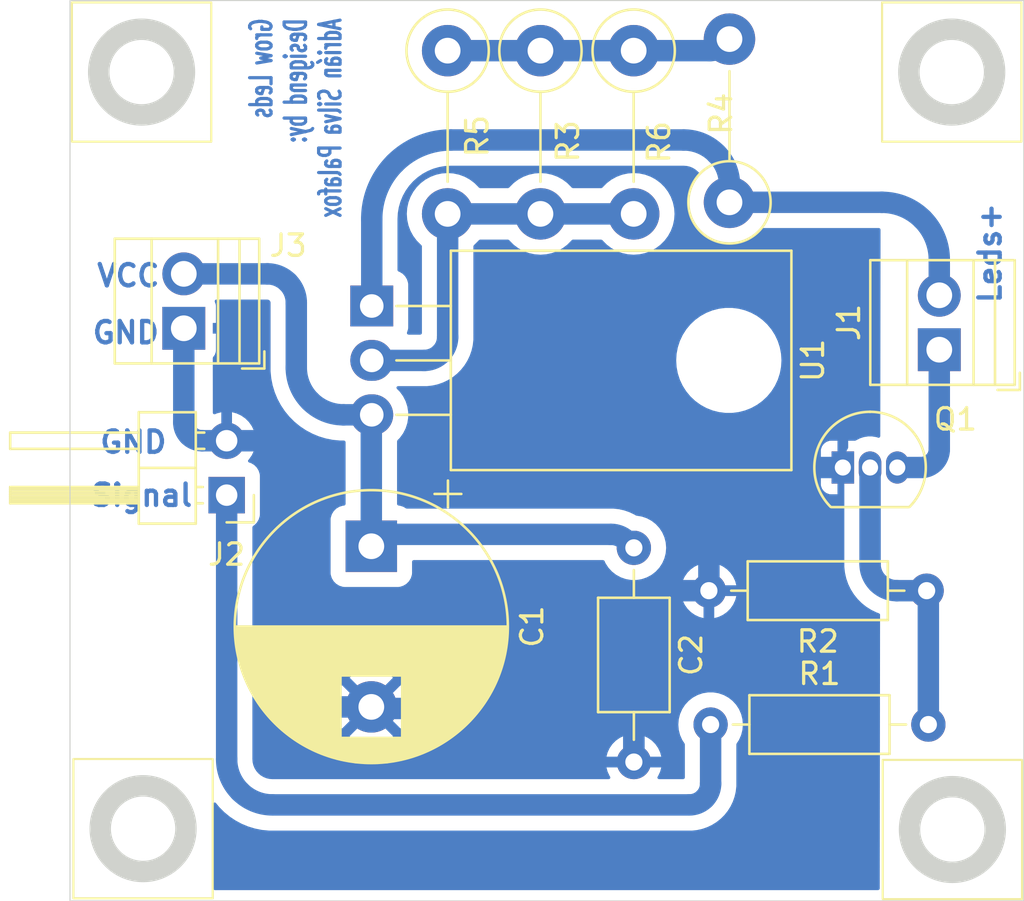
<source format=kicad_pcb>
(kicad_pcb (version 20240108) (generator "pcbnew") (generator_version "8.0")
  (title_block (title "PCB for ledsDrive") (date "2024-10-02") (rev "0.0.0") (company "Libre Cultivo") (comment 1 "Guajolote de Jocotepec") (comment 2 "Adrián Silva Palafox"))
  (layers (0 "F.Cu" signal) (31 "B.Cu" signal) (34 "B.Paste" user) (35 "F.Paste" user) (36 "B.SilkS" user "B.Silkscreen") (37 "F.SilkS" user "F.Silkscreen") (38 "B.Mask" user) (39 "F.Mask" user) (44 "Edge.Cuts" user))
  (net 0 "")
  (net 1 "VCC")
  (net 2 "GND")
  (net 3 "ledstrip+")
  (net 4 "ledstrip-")
  (net 5 "Net-(J2-Pin_1)")
  (net 6 "Net-(Q1-B)")
  (net 7 "Net-(R3-Pad1)")
  (net 8 "Net-(U1-VO)")
  (footprint "Connector_PinHeader_2.54mm:PinHeader_1x02_P2.54mm_Horizontal" (layer "F.Cu") (at 39.678852 43.63 180)
    (property "Reference" "J2" (at -0.001148 -2.77 0) (layer "F.SilkS"))
    (property "Value" "Conn_01x02_Pin")
    (fp_line (start 10.1 2.92) (end 4.1 2.92) (stroke (width 0.12)) (layer "F.SilkS"))
    (fp_line (start 10.1 2.16) (end 10.1 2.92) (stroke (width 0.12)) (layer "F.SilkS"))
    (fp_line (start 10.1 0.38) (end 4.1 0.38) (stroke (width 0.12)) (layer "F.SilkS"))
    (fp_line (start 10.1 -0.38) (end 10.1 0.38) (stroke (width 0.12)) (layer "F.SilkS"))
    (fp_line (start 4.1 3.87) (end 4.1 -1.33) (stroke (width 0.12)) (layer "F.SilkS"))
    (fp_line (start 4.1 2.16) (end 10.1 2.16) (stroke (width 0.12)) (layer "F.SilkS"))
    (fp_line (start 4.1 0.28) (end 10.1 0.28) (stroke (width 0.12)) (layer "F.SilkS"))
    (fp_line (start 4.1 0.16) (end 10.1 0.16) (stroke (width 0.12)) (layer "F.SilkS"))
    (fp_line (start 4.1 0.04) (end 10.1 0.04) (stroke (width 0.12)) (layer "F.SilkS"))
    (fp_line (start 4.1 -0.08) (end 10.1 -0.08) (stroke (width 0.12)) (layer "F.SilkS"))
    (fp_line (start 4.1 -0.2) (end 10.1 -0.2) (stroke (width 0.12)) (layer "F.SilkS"))
    (fp_line (start 4.1 -0.32) (end 10.1 -0.32) (stroke (width 0.12)) (layer "F.SilkS"))
    (fp_line (start 4.1 -0.38) (end 10.1 -0.38) (stroke (width 0.12)) (layer "F.SilkS"))
    (fp_line (start 4.1 -1.33) (end 1.44 -1.33) (stroke (width 0.12)) (layer "F.SilkS"))
    (fp_line (start 1.44 3.87) (end 4.1 3.87) (stroke (width 0.12)) (layer "F.SilkS"))
    (fp_line (start 1.44 1.27) (end 4.1 1.27) (stroke (width 0.12)) (layer "F.SilkS"))
    (fp_line (start 1.44 -1.33) (end 1.44 3.87) (stroke (width 0.12)) (layer "F.SilkS"))
    (fp_line (start 1.11 0.38) (end 1.44 0.38) (stroke (width 0.12)) (layer "F.SilkS"))
    (fp_line (start 1.11 -0.38) (end 1.44 -0.38) (stroke (width 0.12)) (layer "F.SilkS"))
    (fp_line (start 1.042929 2.92) (end 1.44 2.92) (stroke (width 0.12)) (layer "F.SilkS"))
    (fp_line (start 1.042929 2.16) (end 1.44 2.16) (stroke (width 0.12)) (layer "F.SilkS"))
    (fp_line (start -1.27 0) (end -1.27 -1.27) (stroke (width 0.12)) (layer "F.SilkS"))
    (fp_line (start -1.27 -1.27) (end 0 -1.27) (stroke (width 0.12)) (layer "F.SilkS"))
    (pad "1" thru_hole rect (at 0 0 180) (size 1.7 1.7) (drill 1) (layers "*.Cu" "*.Mask") (net 5 "Net-(J2-Pin_1)"))
    (pad "2" thru_hole oval (at 0 2.54 180) (size 1.7 1.7) (drill 1) (layers "*.Cu" "*.Mask") (net 2 "GND"))
  )
  (footprint "TerminalBlock:TerminalBlock_Xinya_XY308-2.54-2P_1x02_P2.54mm_Horizontal" (layer "F.Cu") (at 37.678852 35.84 90)
    (property "Reference" "J3" (at 3.86 4.87 180) (layer "F.SilkS"))
    (property "Value" "Screw_Terminal_01x02")
    (fp_line (start 4.18 -3.22) (end 4.18 3.52) (stroke (width 0.12)) (layer "F.SilkS"))
    (fp_line (start -1.64 -3.22) (end 4.18 -3.22) (stroke (width 0.12)) (layer "F.SilkS"))
    (fp_line (start -1.64 -3.22) (end -1.64 3.52) (stroke (width 0.12)) (layer "F.SilkS"))
    (fp_line (start -1.64 -1.501) (end 4.18 -1.501) (stroke (width 0.12)) (layer "F.SilkS"))
    (fp_line (start -1.64 1.6) (end 4.18 1.6) (stroke (width 0.12)) (layer "F.SilkS"))
    (fp_line (start -1.64 2.6) (end 4.18 2.6) (stroke (width 0.12)) (layer "F.SilkS"))
    (fp_line (start -1.88 2.72) (end -1.88 3.76) (stroke (width 0.12)) (layer "F.SilkS"))
    (fp_line (start -1.64 3.52) (end 4.18 3.52) (stroke (width 0.12)) (layer "F.SilkS"))
    (fp_line (start -1.88 3.76) (end -1.08 3.76) (stroke (width 0.12)) (layer "F.SilkS"))
    (pad "1" thru_hole rect (at 0 0 90) (size 2 2) (drill 1.2) (layers "*.Cu" "*.Mask") (net 2 "GND"))
    (pad "2" thru_hole circle (at 2.54 0 90) (size 2 2) (drill 1.2) (layers "*.Cu" "*.Mask") (net 1 "VCC"))
  )
  (footprint "Resistor_THT:R_Axial_DIN0411_L9.9mm_D3.6mm_P7.62mm_Vertical" (layer "F.Cu") (at 63.14 29.96 90)
    (property "Reference" "R4" (at 4.14 -0.4 90) (layer "F.SilkS"))
    (property "Value" "R_US")
    (fp_line (start 1.92 0) (end 6.12 0) (stroke (width 0.12)) (layer "F.SilkS"))
    (fp_circle (center 0 0) (end 1.92 0) (stroke (width 0.12)) (fill none) (layer "F.SilkS"))
    (pad "1" thru_hole circle (at 0 0 90) (size 2.4 2.4) (drill 1.2) (layers "*.Cu" "*.Mask") (net 3 "ledstrip+"))
    (pad "2" thru_hole oval (at 7.62 0 90) (size 2.4 2.4) (drill 1.2) (layers "*.Cu" "*.Mask") (net 7 "Net-(R3-Pad1)"))
  )
  (footprint "Resistor_THT:R_Axial_DIN0411_L9.9mm_D3.6mm_P7.62mm_Vertical" (layer "F.Cu") (at 49.99 22.88 -90)
    (property "Reference" "R5" (at 3.99 -1.38 -90) (layer "F.SilkS"))
    (property "Value" "R_US")
    (fp_line (start 1.92 0) (end 6.12 0) (stroke (width 0.12)) (layer "F.SilkS"))
    (fp_circle (center 0 0) (end 1.92 0) (stroke (width 0.12)) (fill none) (layer "F.SilkS"))
    (pad "1" thru_hole circle (at 0 0 270) (size 2.4 2.4) (drill 1.2) (layers "*.Cu" "*.Mask") (net 7 "Net-(R3-Pad1)"))
    (pad "2" thru_hole oval (at 7.62 0 270) (size 2.4 2.4) (drill 1.2) (layers "*.Cu" "*.Mask") (net 8 "Net-(U1-VO)"))
  )
  (footprint "Resistor_THT:R_Axial_DIN0207_L6.3mm_D2.5mm_P10.16mm_Horizontal" (layer "F.Cu") (at 62.258852 54.34)
    (property "Reference" "R1" (at 5.08 -2.37 0) (layer "F.SilkS"))
    (property "Value" "1k")
    (fp_line (start 1.04 0) (end 1.81 0) (stroke (width 0.12)) (layer "F.SilkS"))
    (fp_line (start 1.81 -1.37) (end 1.81 1.37) (stroke (width 0.12)) (layer "F.SilkS"))
    (fp_line (start 1.81 1.37) (end 8.35 1.37) (stroke (width 0.12)) (layer "F.SilkS"))
    (fp_line (start 8.35 -1.37) (end 1.81 -1.37) (stroke (width 0.12)) (layer "F.SilkS"))
    (fp_line (start 8.35 1.37) (end 8.35 -1.37) (stroke (width 0.12)) (layer "F.SilkS"))
    (fp_line (start 9.12 0) (end 8.35 0) (stroke (width 0.12)) (layer "F.SilkS"))
    (pad "1" thru_hole circle (at 0 0) (size 1.6 1.6) (drill 0.8) (layers "*.Cu" "*.Mask") (net 5 "Net-(J2-Pin_1)"))
    (pad "2" thru_hole oval (at 10.16 0) (size 1.6 1.6) (drill 0.8) (layers "*.Cu" "*.Mask") (net 6 "Net-(Q1-B)"))
  )
  (footprint "Capacitor_THT:CP_Radial_D12.5mm_P7.50mm" (layer "F.Cu") (at 46.428852 46.016041 -90)
    (property "Reference" "C1" (at 3.75 -7.5 90) (layer "F.SilkS"))
    (property "Value" "220u")
    (fp_line (start 6.071 1.44) (end 6.071 5.893) (stroke (width 0.12)) (layer "F.SilkS"))
    (fp_line (start 6.111 1.44) (end 6.111 5.877) (stroke (width 0.12)) (layer "F.SilkS"))
    (fp_line (start 6.151 1.44) (end 6.151 5.861) (stroke (width 0.12)) (layer "F.SilkS"))
    (fp_line (start 6.191 1.44) (end 6.191 5.845) (stroke (width 0.12)) (layer "F.SilkS"))
    (fp_line (start 6.231 1.44) (end 6.231 5.828) (stroke (width 0.12)) (layer "F.SilkS"))
    (fp_line (start 6.271 1.44) (end 6.271 5.811) (stroke (width 0.12)) (layer "F.SilkS"))
    (fp_line (start 6.311 1.44) (end 6.311 5.793) (stroke (width 0.12)) (layer "F.SilkS"))
    (fp_line (start 6.351 1.44) (end 6.351 5.776) (stroke (width 0.12)) (layer "F.SilkS"))
    (fp_line (start 6.391 1.44) (end 6.391 5.758) (stroke (width 0.12)) (layer "F.SilkS"))
    (fp_line (start 6.431 1.44) (end 6.431 5.739) (stroke (width 0.12)) (layer "F.SilkS"))
    (fp_line (start 6.471 1.44) (end 6.471 5.721) (stroke (width 0.12)) (layer "F.SilkS"))
    (fp_line (start 6.511 1.44) (end 6.511 5.702) (stroke (width 0.12)) (layer "F.SilkS"))
    (fp_line (start 6.551 1.44) (end 6.551 5.682) (stroke (width 0.12)) (layer "F.SilkS"))
    (fp_line (start 6.591 1.44) (end 6.591 5.662) (stroke (width 0.12)) (layer "F.SilkS"))
    (fp_line (start 6.631 1.44) (end 6.631 5.642) (stroke (width 0.12)) (layer "F.SilkS"))
    (fp_line (start 6.671 1.44) (end 6.671 5.622) (stroke (width 0.12)) (layer "F.SilkS"))
    (fp_line (start 6.711 1.44) (end 6.711 5.601) (stroke (width 0.12)) (layer "F.SilkS"))
    (fp_line (start 6.751 1.44) (end 6.751 5.58) (stroke (width 0.12)) (layer "F.SilkS"))
    (fp_line (start 6.791 1.44) (end 6.791 5.558) (stroke (width 0.12)) (layer "F.SilkS"))
    (fp_line (start 6.831 1.44) (end 6.831 5.536) (stroke (width 0.12)) (layer "F.SilkS"))
    (fp_line (start 6.871 1.44) (end 6.871 5.514) (stroke (width 0.12)) (layer "F.SilkS"))
    (fp_line (start 6.911 1.44) (end 6.911 5.491) (stroke (width 0.12)) (layer "F.SilkS"))
    (fp_line (start 6.951 1.44) (end 6.951 5.468) (stroke (width 0.12)) (layer "F.SilkS"))
    (fp_line (start 6.991 1.44) (end 6.991 5.445) (stroke (width 0.12)) (layer "F.SilkS"))
    (fp_line (start 7.031 1.44) (end 7.031 5.421) (stroke (width 0.12)) (layer "F.SilkS"))
    (fp_line (start 7.071 1.44) (end 7.071 5.397) (stroke (width 0.12)) (layer "F.SilkS"))
    (fp_line (start 7.111 1.44) (end 7.111 5.372) (stroke (width 0.12)) (layer "F.SilkS"))
    (fp_line (start 7.151 1.44) (end 7.151 5.347) (stroke (width 0.12)) (layer "F.SilkS"))
    (fp_line (start 7.191 1.44) (end 7.191 5.322) (stroke (width 0.12)) (layer "F.SilkS"))
    (fp_line (start 7.231 1.44) (end 7.231 5.296) (stroke (width 0.12)) (layer "F.SilkS"))
    (fp_line (start 7.271 1.44) (end 7.271 5.27) (stroke (width 0.12)) (layer "F.SilkS"))
    (fp_line (start 7.311 1.44) (end 7.311 5.243) (stroke (width 0.12)) (layer "F.SilkS"))
    (fp_line (start 7.351 1.44) (end 7.351 5.216) (stroke (width 0.12)) (layer "F.SilkS"))
    (fp_line (start 7.391 1.44) (end 7.391 5.188) (stroke (width 0.12)) (layer "F.SilkS"))
    (fp_line (start 7.431 1.44) (end 7.431 5.16) (stroke (width 0.12)) (layer "F.SilkS"))
    (fp_line (start 7.471 1.44) (end 7.471 5.131) (stroke (width 0.12)) (layer "F.SilkS"))
    (fp_line (start 7.511 1.44) (end 7.511 5.102) (stroke (width 0.12)) (layer "F.SilkS"))
    (fp_line (start 7.551 1.44) (end 7.551 5.073) (stroke (width 0.12)) (layer "F.SilkS"))
    (fp_line (start 7.591 1.44) (end 7.591 5.043) (stroke (width 0.12)) (layer "F.SilkS"))
    (fp_line (start 7.631 1.44) (end 7.631 5.012) (stroke (width 0.12)) (layer "F.SilkS"))
    (fp_line (start 7.671 1.44) (end 7.671 4.982) (stroke (width 0.12)) (layer "F.SilkS"))
    (fp_line (start 7.711 1.44) (end 7.711 4.95) (stroke (width 0.12)) (layer "F.SilkS"))
    (fp_line (start 7.751 1.44) (end 7.751 4.918) (stroke (width 0.12)) (layer "F.SilkS"))
    (fp_line (start 7.791 1.44) (end 7.791 4.885) (stroke (width 0.12)) (layer "F.SilkS"))
    (fp_line (start 7.831 1.44) (end 7.831 4.852) (stroke (width 0.12)) (layer "F.SilkS"))
    (fp_line (start 7.871 1.44) (end 7.871 4.819) (stroke (width 0.12)) (layer "F.SilkS"))
    (fp_line (start 7.911 1.44) (end 7.911 4.785) (stroke (width 0.12)) (layer "F.SilkS"))
    (fp_line (start 7.951 1.44) (end 7.951 4.75) (stroke (width 0.12)) (layer "F.SilkS"))
    (fp_line (start 7.991 1.44) (end 7.991 4.714) (stroke (width 0.12)) (layer "F.SilkS"))
    (fp_line (start 8.031 1.44) (end 8.031 4.678) (stroke (width 0.12)) (layer "F.SilkS"))
    (fp_line (start 8.071 1.44) (end 8.071 4.642) (stroke (width 0.12)) (layer "F.SilkS"))
    (fp_line (start 8.111 1.44) (end 8.111 4.605) (stroke (width 0.12)) (layer "F.SilkS"))
    (fp_line (start 8.151 1.44) (end 8.151 4.567) (stroke (width 0.12)) (layer "F.SilkS"))
    (fp_line (start 8.191 1.44) (end 8.191 4.528) (stroke (width 0.12)) (layer "F.SilkS"))
    (fp_line (start 8.231 1.44) (end 8.231 4.489) (stroke (width 0.12)) (layer "F.SilkS"))
    (fp_line (start 8.271 1.44) (end 8.271 4.449) (stroke (width 0.12)) (layer "F.SilkS"))
    (fp_line (start 8.311 1.44) (end 8.311 4.408) (stroke (width 0.12)) (layer "F.SilkS"))
    (fp_line (start 8.351 1.44) (end 8.351 4.367) (stroke (width 0.12)) (layer "F.SilkS"))
    (fp_line (start 8.391 1.44) (end 8.391 4.325) (stroke (width 0.12)) (layer "F.SilkS"))
    (fp_line (start 8.431 1.44) (end 8.431 4.282) (stroke (width 0.12)) (layer "F.SilkS"))
    (fp_line (start 8.471 1.44) (end 8.471 4.238) (stroke (width 0.12)) (layer "F.SilkS"))
    (fp_line (start 8.511 1.44) (end 8.511 4.194) (stroke (width 0.12)) (layer "F.SilkS"))
    (fp_line (start 8.551 1.44) (end 8.551 4.148) (stroke (width 0.12)) (layer "F.SilkS"))
    (fp_line (start 8.591 1.44) (end 8.591 4.102) (stroke (width 0.12)) (layer "F.SilkS"))
    (fp_line (start 8.631 1.44) (end 8.631 4.055) (stroke (width 0.12)) (layer "F.SilkS"))
    (fp_line (start 8.671 1.44) (end 8.671 4.007) (stroke (width 0.12)) (layer "F.SilkS"))
    (fp_line (start 8.711 1.44) (end 8.711 3.957) (stroke (width 0.12)) (layer "F.SilkS"))
    (fp_line (start 8.751 1.44) (end 8.751 3.907) (stroke (width 0.12)) (layer "F.SilkS"))
    (fp_line (start 8.791 1.44) (end 8.791 3.856) (stroke (width 0.12)) (layer "F.SilkS"))
    (fp_line (start 8.831 1.44) (end 8.831 3.804) (stroke (width 0.12)) (layer "F.SilkS"))
    (fp_line (start 8.871 1.44) (end 8.871 3.75) (stroke (width 0.12)) (layer "F.SilkS"))
    (fp_line (start 8.911 1.44) (end 8.911 3.696) (stroke (width 0.12)) (layer "F.SilkS"))
    (fp_line (start 10.111 -0.317) (end 10.111 0.317) (stroke (width 0.12)) (layer "F.SilkS"))
    (fp_line (start 10.071 -0.757) (end 10.071 0.757) (stroke (width 0.12)) (layer "F.SilkS"))
    (fp_line (start 10.031 -1.028) (end 10.031 1.028) (stroke (width 0.12)) (layer "F.SilkS"))
    (fp_line (start 9.991 -1.241) (end 9.991 1.241) (stroke (width 0.12)) (layer "F.SilkS"))
    (fp_line (start 9.951 -1.422) (end 9.951 1.422) (stroke (width 0.12)) (layer "F.SilkS"))
    (fp_line (start 9.911 -1.583) (end 9.911 1.583) (stroke (width 0.12)) (layer "F.SilkS"))
    (fp_line (start 9.871 -1.728) (end 9.871 1.728) (stroke (width 0.12)) (layer "F.SilkS"))
    (fp_line (start 9.831 -1.861) (end 9.831 1.861) (stroke (width 0.12)) (layer "F.SilkS"))
    (fp_line (start 9.791 -1.984) (end 9.791 1.984) (stroke (width 0.12)) (layer "F.SilkS"))
    (fp_line (start 9.751 -2.1) (end 9.751 2.1) (stroke (width 0.12)) (layer "F.SilkS"))
    (fp_line (start 9.711 -2.209) (end 9.711 2.209) (stroke (width 0.12)) (layer "F.SilkS"))
    (fp_line (start 9.671 -2.312) (end 9.671 2.312) (stroke (width 0.12)) (layer "F.SilkS"))
    (fp_line (start 9.631 -2.41) (end 9.631 2.41) (stroke (width 0.12)) (layer "F.SilkS"))
    (fp_line (start 9.591 -2.504) (end 9.591 2.504) (stroke (width 0.12)) (layer "F.SilkS"))
    (fp_line (start 9.551 -2.594) (end 9.551 2.594) (stroke (width 0.12)) (layer "F.SilkS"))
    (fp_line (start 9.511 -2.681) (end 9.511 2.681) (stroke (width 0.12)) (layer "F.SilkS"))
    (fp_line (start 9.471 -2.764) (end 9.471 2.764) (stroke (width 0.12)) (layer "F.SilkS"))
    (fp_line (start 9.431 -2.844) (end 9.431 2.844) (stroke (width 0.12)) (layer "F.SilkS"))
    (fp_line (start 9.391 -2.921) (end 9.391 2.921) (stroke (width 0.12)) (layer "F.SilkS"))
    (fp_line (start 9.351 -2.996) (end 9.351 2.996) (stroke (width 0.12)) (layer "F.SilkS"))
    (fp_line (start 9.311 -3.069) (end 9.311 3.069) (stroke (width 0.12)) (layer "F.SilkS"))
    (fp_line (start 9.271 -3.14) (end 9.271 3.14) (stroke (width 0.12)) (layer "F.SilkS"))
    (fp_line (start 9.231 -3.208) (end 9.231 3.208) (stroke (width 0.12)) (layer "F.SilkS"))
    (fp_line (start 9.191 -3.275) (end 9.191 3.275) (stroke (width 0.12)) (layer "F.SilkS"))
    (fp_line (start 9.151 -3.339) (end 9.151 3.339) (stroke (width 0.12)) (layer "F.SilkS"))
    (fp_line (start 9.111 -3.402) (end 9.111 3.402) (stroke (width 0.12)) (layer "F.SilkS"))
    (fp_line (start 9.071 -3.464) (end 9.071 3.464) (stroke (width 0.12)) (layer "F.SilkS"))
    (fp_line (start 9.031 -3.524) (end 9.031 3.524) (stroke (width 0.12)) (layer "F.SilkS"))
    (fp_line (start -3.067082 -3.575) (end -1.817082 -3.575) (stroke (width 0.12)) (layer "F.SilkS"))
    (fp_line (start 8.991 -3.583) (end 8.991 3.583) (stroke (width 0.12)) (layer "F.SilkS"))
    (fp_line (start 8.951 -3.64) (end 8.951 3.64) (stroke (width 0.12)) (layer "F.SilkS"))
    (fp_line (start 8.911 -3.696) (end 8.911 -1.44) (stroke (width 0.12)) (layer "F.SilkS"))
    (fp_line (start 8.871 -3.75) (end 8.871 -1.44) (stroke (width 0.12)) (layer "F.SilkS"))
    (fp_line (start 8.831 -3.804) (end 8.831 -1.44) (stroke (width 0.12)) (layer "F.SilkS"))
    (fp_line (start 8.791 -3.856) (end 8.791 -1.44) (stroke (width 0.12)) (layer "F.SilkS"))
    (fp_line (start 8.751 -3.907) (end 8.751 -1.44) (stroke (width 0.12)) (layer "F.SilkS"))
    (fp_line (start 8.711 -3.957) (end 8.711 -1.44) (stroke (width 0.12)) (layer "F.SilkS"))
    (fp_line (start 8.671 -4.007) (end 8.671 -1.44) (stroke (width 0.12)) (layer "F.SilkS"))
    (fp_line (start 8.631 -4.055) (end 8.631 -1.44) (stroke (width 0.12)) (layer "F.SilkS"))
    (fp_line (start 8.591 -4.102) (end 8.591 -1.44) (stroke (width 0.12)) (layer "F.SilkS"))
    (fp_line (start 8.551 -4.148) (end 8.551 -1.44) (stroke (width 0.12)) (layer "F.SilkS"))
    (fp_line (start 8.511 -4.194) (end 8.511 -1.44) (stroke (width 0.12)) (layer "F.SilkS"))
    (fp_line (start -2.442082 -4.2) (end -2.442082 -2.95) (stroke (width 0.12)) (layer "F.SilkS"))
    (fp_line (start 8.471 -4.238) (end 8.471 -1.44) (stroke (width 0.12)) (layer "F.SilkS"))
    (fp_line (start 8.431 -4.282) (end 8.431 -1.44) (stroke (width 0.12)) (layer "F.SilkS"))
    (fp_line (start 8.391 -4.325) (end 8.391 -1.44) (stroke (width 0.12)) (layer "F.SilkS"))
    (fp_line (start 8.351 -4.367) (end 8.351 -1.44) (stroke (width 0.12)) (layer "F.SilkS"))
    (fp_line (start 8.311 -4.408) (end 8.311 -1.44) (stroke (width 0.12)) (layer "F.SilkS"))
    (fp_line (start 8.271 -4.449) (end 8.271 -1.44) (stroke (width 0.12)) (layer "F.SilkS"))
    (fp_line (start 8.231 -4.489) (end 8.231 -1.44) (stroke (width 0.12)) (layer "F.SilkS"))
    (fp_line (start 8.191 -4.528) (end 8.191 -1.44) (stroke (width 0.12)) (layer "F.SilkS"))
    (fp_line (start 8.151 -4.567) (end 8.151 -1.44) (stroke (width 0.12)) (layer "F.SilkS"))
    (fp_line (start 8.111 -4.605) (end 8.111 -1.44) (stroke (width 0.12)) (layer "F.SilkS"))
    (fp_line (start 8.071 -4.642) (end 8.071 -1.44) (stroke (width 0.12)) (layer "F.SilkS"))
    (fp_line (start 8.031 -4.678) (end 8.031 -1.44) (stroke (width 0.12)) (layer "F.SilkS"))
    (fp_line (start 7.991 -4.714) (end 7.991 -1.44) (stroke (width 0.12)) (layer "F.SilkS"))
    (fp_line (start 7.951 -4.75) (end 7.951 -1.44) (stroke (width 0.12)) (layer "F.SilkS"))
    (fp_line (start 7.911 -4.785) (end 7.911 -1.44) (stroke (width 0.12)) (layer "F.SilkS"))
    (fp_line (start 7.871 -4.819) (end 7.871 -1.44) (stroke (width 0.12)) (layer "F.SilkS"))
    (fp_line (start 7.831 -4.852) (end 7.831 -1.44) (stroke (width 0.12)) (layer "F.SilkS"))
    (fp_line (start 7.791 -4.885) (end 7.791 -1.44) (stroke (width 0.12)) (layer "F.SilkS"))
    (fp_line (start 7.751 -4.918) (end 7.751 -1.44) (stroke (width 0.12)) (layer "F.SilkS"))
    (fp_line (start 7.711 -4.95) (end 7.711 -1.44) (stroke (width 0.12)) (layer "F.SilkS"))
    (fp_line (start 7.671 -4.982) (end 7.671 -1.44) (stroke (width 0.12)) (layer "F.SilkS"))
    (fp_line (start 7.631 -5.012) (end 7.631 -1.44) (stroke (width 0.12)) (layer "F.SilkS"))
    (fp_line (start 7.591 -5.043) (end 7.591 -1.44) (stroke (width 0.12)) (layer "F.SilkS"))
    (fp_line (start 7.551 -5.073) (end 7.551 -1.44) (stroke (width 0.12)) (layer "F.SilkS"))
    (fp_line (start 7.511 -5.102) (end 7.511 -1.44) (stroke (width 0.12)) (layer "F.SilkS"))
    (fp_line (start 7.471 -5.131) (end 7.471 -1.44) (stroke (width 0.12)) (layer "F.SilkS"))
    (fp_line (start 7.431 -5.16) (end 7.431 -1.44) (stroke (width 0.12)) (layer "F.SilkS"))
    (fp_line (start 7.391 -5.188) (end 7.391 -1.44) (stroke (width 0.12)) (layer "F.SilkS"))
    (fp_line (start 7.351 -5.216) (end 7.351 -1.44) (stroke (width 0.12)) (layer "F.SilkS"))
    (fp_line (start 7.311 -5.243) (end 7.311 -1.44) (stroke (width 0.12)) (layer "F.SilkS"))
    (fp_line (start 7.271 -5.27) (end 7.271 -1.44) (stroke (width 0.12)) (layer "F.SilkS"))
    (fp_line (start 7.231 -5.296) (end 7.231 -1.44) (stroke (width 0.12)) (layer "F.SilkS"))
    (fp_line (start 7.191 -5.322) (end 7.191 -1.44) (stroke (width 0.12)) (layer "F.SilkS"))
    (fp_line (start 7.151 -5.347) (end 7.151 -1.44) (stroke (width 0.12)) (layer "F.SilkS"))
    (fp_line (start 7.111 -5.372) (end 7.111 -1.44) (stroke (width 0.12)) (layer "F.SilkS"))
    (fp_line (start 7.071 -5.397) (end 7.071 -1.44) (stroke (width 0.12)) (layer "F.SilkS"))
    (fp_line (start 7.031 -5.421) (end 7.031 -1.44) (stroke (width 0.12)) (layer "F.SilkS"))
    (fp_line (start 6.991 -5.445) (end 6.991 -1.44) (stroke (width 0.12)) (layer "F.SilkS"))
    (fp_line (start 6.951 -5.468) (end 6.951 -1.44) (stroke (width 0.12)) (layer "F.SilkS"))
    (fp_line (start 6.911 -5.491) (end 6.911 -1.44) (stroke (width 0.12)) (layer "F.SilkS"))
    (fp_line (start 6.871 -5.514) (end 6.871 -1.44) (stroke (width 0.12)) (layer "F.SilkS"))
    (fp_line (start 6.831 -5.536) (end 6.831 -1.44) (stroke (width 0.12)) (layer "F.SilkS"))
    (fp_line (start 6.791 -5.558) (end 6.791 -1.44) (stroke (width 0.12)) (layer "F.SilkS"))
    (fp_line (start 6.751 -5.58) (end 6.751 -1.44) (stroke (width 0.12)) (layer "F.SilkS"))
    (fp_line (start 6.711 -5.601) (end 6.711 -1.44) (stroke (width 0.12)) (layer "F.SilkS"))
    (fp_line (start 6.671 -5.622) (end 6.671 -1.44) (stroke (width 0.12)) (layer "F.SilkS"))
    (fp_line (start 6.631 -5.642) (end 6.631 -1.44) (stroke (width 0.12)) (layer "F.SilkS"))
    (fp_line (start 6.591 -5.662) (end 6.591 -1.44) (stroke (width 0.12)) (layer "F.SilkS"))
    (fp_line (start 6.551 -5.682) (end 6.551 -1.44) (stroke (width 0.12)) (layer "F.SilkS"))
    (fp_line (start 6.511 -5.702) (end 6.511 -1.44) (stroke (width 0.12)) (layer "F.SilkS"))
    (fp_line (start 6.471 -5.721) (end 6.471 -1.44) (stroke (width 0.12)) (layer "F.SilkS"))
    (fp_line (start 6.431 -5.739) (end 6.431 -1.44) (stroke (width 0.12)) (layer "F.SilkS"))
    (fp_line (start 6.391 -5.758) (end 6.391 -1.44) (stroke (width 0.12)) (layer "F.SilkS"))
    (fp_line (start 6.351 -5.776) (end 6.351 -1.44) (stroke (width 0.12)) (layer "F.SilkS"))
    (fp_line (start 6.311 -5.793) (end 6.311 -1.44) (stroke (width 0.12)) (layer "F.SilkS"))
    (fp_line (start 6.271 -5.811) (end 6.271 -1.44) (stroke (width 0.12)) (layer "F.SilkS"))
    (fp_line (start 6.231 -5.828) (end 6.231 -1.44) (stroke (width 0.12)) (layer "F.SilkS"))
    (fp_line (start 6.191 -5.845) (end 6.191 -1.44) (stroke (width 0.12)) (layer "F.SilkS"))
    (fp_line (start 6.151 -5.861) (end 6.151 -1.44) (stroke (width 0.12)) (layer "F.SilkS"))
    (fp_line (start 6.111 -5.877) (end 6.111 -1.44) (stroke (width 0.12)) (layer "F.SilkS"))
    (fp_line (start 6.071 -5.893) (end 6.071 -1.44) (stroke (width 0.12)) (layer "F.SilkS"))
    (fp_line (start 6.031 -5.908) (end 6.031 5.908) (stroke (width 0.12)) (layer "F.SilkS"))
    (fp_line (start 5.991 -5.924) (end 5.991 5.924) (stroke (width 0.12)) (layer "F.SilkS"))
    (fp_line (start 5.951 -5.939) (end 5.951 5.939) (stroke (width 0.12)) (layer "F.SilkS"))
    (fp_line (start 5.911 -5.953) (end 5.911 5.953) (stroke (width 0.12)) (layer "F.SilkS"))
    (fp_line (start 5.871 -5.967) (end 5.871 5.967) (stroke (width 0.12)) (layer "F.SilkS"))
    (fp_line (start 5.831 -5.981) (end 5.831 5.981) (stroke (width 0.12)) (layer "F.SilkS"))
    (fp_line (start 5.791 -5.995) (end 5.791 5.995) (stroke (width 0.12)) (layer "F.SilkS"))
    (fp_line (start 5.751 -6.008) (end 5.751 6.008) (stroke (width 0.12)) (layer "F.SilkS"))
    (fp_line (start 5.711 -6.021) (end 5.711 6.021) (stroke (width 0.12)) (layer "F.SilkS"))
    (fp_line (start 5.671 -6.034) (end 5.671 6.034) (stroke (width 0.12)) (layer "F.SilkS"))
    (fp_line (start 5.631 -6.047) (end 5.631 6.047) (stroke (width 0.12)) (layer "F.SilkS"))
    (fp_line (start 5.591 -6.059) (end 5.591 6.059) (stroke (width 0.12)) (layer "F.SilkS"))
    (fp_line (start 5.551 -6.071) (end 5.551 6.071) (stroke (width 0.12)) (layer "F.SilkS"))
    (fp_line (start 5.511 -6.083) (end 5.511 6.083) (stroke (width 0.12)) (layer "F.SilkS"))
    (fp_line (start 5.471 -6.094) (end 5.471 6.094) (stroke (width 0.12)) (layer "F.SilkS"))
    (fp_line (start 5.431 -6.105) (end 5.431 6.105) (stroke (width 0.12)) (layer "F.SilkS"))
    (fp_line (start 5.391 -6.116) (end 5.391 6.116) (stroke (width 0.12)) (layer "F.SilkS"))
    (fp_line (start 5.351 -6.126) (end 5.351 6.126) (stroke (width 0.12)) (layer "F.SilkS"))
    (fp_line (start 5.311 -6.137) (end 5.311 6.137) (stroke (width 0.12)) (layer "F.SilkS"))
    (fp_line (start 5.271 -6.146) (end 5.271 6.146) (stroke (width 0.12)) (layer "F.SilkS"))
    (fp_line (start 5.231 -6.156) (end 5.231 6.156) (stroke (width 0.12)) (layer "F.SilkS"))
    (fp_line (start 5.191 -6.166) (end 5.191 6.166) (stroke (width 0.12)) (layer "F.SilkS"))
    (fp_line (start 5.151 -6.175) (end 5.151 6.175) (stroke (width 0.12)) (layer "F.SilkS"))
    (fp_line (start 5.111 -6.184) (end 5.111 6.184) (stroke (width 0.12)) (layer "F.SilkS"))
    (fp_line (start 5.071 -6.192) (end 5.071 6.192) (stroke (width 0.12)) (layer "F.SilkS"))
    (fp_line (start 5.031 -6.201) (end 5.031 6.201) (stroke (width 0.12)) (layer "F.SilkS"))
    (fp_line (start 4.991 -6.209) (end 4.991 6.209) (stroke (width 0.12)) (layer "F.SilkS"))
    (fp_line (start 4.951 -6.216) (end 4.951 6.216) (stroke (width 0.12)) (layer "F.SilkS"))
    (fp_line (start 4.911 -6.224) (end 4.911 6.224) (stroke (width 0.12)) (layer "F.SilkS"))
    (fp_line (start 4.871 -6.231) (end 4.871 6.231) (stroke (width 0.12)) (layer "F.SilkS"))
    (fp_line (start 4.831 -6.238) (end 4.831 6.238) (stroke (width 0.12)) (layer "F.SilkS"))
    (fp_line (start 4.791 -6.245) (end 4.791 6.245) (stroke (width 0.12)) (layer "F.SilkS"))
    (fp_line (start 4.751 -6.252) (end 4.751 6.252) (stroke (width 0.12)) (layer "F.SilkS"))
    (fp_line (start 4.711 -6.258) (end 4.711 6.258) (stroke (width 0.12)) (layer "F.SilkS"))
    (fp_line (start 4.671 -6.264) (end 4.671 6.264) (stroke (width 0.12)) (layer "F.SilkS"))
    (fp_line (start 4.631 -6.269) (end 4.631 6.269) (stroke (width 0.12)) (layer "F.SilkS"))
    (fp_line (start 4.591 -6.275) (end 4.591 6.275) (stroke (width 0.12)) (layer "F.SilkS"))
    (fp_line (start 4.551 -6.28) (end 4.551 6.28) (stroke (width 0.12)) (layer "F.SilkS"))
    (fp_line (start 4.511 -6.285) (end 4.511 6.285) (stroke (width 0.12)) (layer "F.SilkS"))
    (fp_line (start 4.471 -6.29) (end 4.471 6.29) (stroke (width 0.12)) (layer "F.SilkS"))
    (fp_line (start 4.43 -6.294) (end 4.43 6.294) (stroke (width 0.12)) (layer "F.SilkS"))
    (fp_line (start 4.39 -6.298) (end 4.39 6.298) (stroke (width 0.12)) (layer "F.SilkS"))
    (fp_line (start 4.35 -6.302) (end 4.35 6.302) (stroke (width 0.12)) (layer "F.SilkS"))
    (fp_line (start 4.31 -6.306) (end 4.31 6.306) (stroke (width 0.12)) (layer "F.SilkS"))
    (fp_line (start 4.27 -6.309) (end 4.27 6.309) (stroke (width 0.12)) (layer "F.SilkS"))
    (fp_line (start 4.23 -6.312) (end 4.23 6.312) (stroke (width 0.12)) (layer "F.SilkS"))
    (fp_line (start 4.19 -6.315) (end 4.19 6.315) (stroke (width 0.12)) (layer "F.SilkS"))
    (fp_line (start 4.15 -6.318) (end 4.15 6.318) (stroke (width 0.12)) (layer "F.SilkS"))
    (fp_line (start 4.11 -6.32) (end 4.11 6.32) (stroke (width 0.12)) (layer "F.SilkS"))
    (fp_line (start 4.07 -6.322) (end 4.07 6.322) (stroke (width 0.12)) (layer "F.SilkS"))
    (fp_line (start 4.03 -6.324) (end 4.03 6.324) (stroke (width 0.12)) (layer "F.SilkS"))
    (fp_line (start 3.99 -6.326) (end 3.99 6.326) (stroke (width 0.12)) (layer "F.SilkS"))
    (fp_line (start 3.95 -6.327) (end 3.95 6.327) (stroke (width 0.12)) (layer "F.SilkS"))
    (fp_line (start 3.91 -6.328) (end 3.91 6.328) (stroke (width 0.12)) (layer "F.SilkS"))
    (fp_line (start 3.87 -6.329) (end 3.87 6.329) (stroke (width 0.12)) (layer "F.SilkS"))
    (fp_line (start 3.75 -6.33) (end 3.75 6.33) (stroke (width 0.12)) (layer "F.SilkS"))
    (fp_line (start 3.79 -6.33) (end 3.79 6.33) (stroke (width 0.12)) (layer "F.SilkS"))
    (fp_line (start 3.83 -6.33) (end 3.83 6.33) (stroke (width 0.12)) (layer "F.SilkS"))
    (fp_circle (center 3.75 0) (end 10.12 0) (stroke (width 0.12)) (fill none) (layer "F.SilkS"))
    (pad "1" thru_hole rect (at 0 0 270) (size 2.4 2.4) (drill 1.2) (layers "*.Cu" "*.Mask") (net 1 "VCC"))
    (pad "2" thru_hole circle (at 7.5 0 270) (size 2.4 2.4) (drill 1.2) (layers "*.Cu" "*.Mask") (net 2 "GND"))
  )
  (footprint "Resistor_THT:R_Axial_DIN0207_L6.3mm_D2.5mm_P10.16mm_Horizontal" (layer "F.Cu") (at 72.338852 48.09 180)
    (property "Reference" "R2" (at 5.08 -2.37 0) (layer "F.SilkS"))
    (property "Value" "10k")
    (fp_line (start 9.12 0) (end 8.35 0) (stroke (width 0.12)) (layer "F.SilkS"))
    (fp_line (start 8.35 1.37) (end 8.35 -1.37) (stroke (width 0.12)) (layer "F.SilkS"))
    (fp_line (start 8.35 -1.37) (end 1.81 -1.37) (stroke (width 0.12)) (layer "F.SilkS"))
    (fp_line (start 1.81 1.37) (end 8.35 1.37) (stroke (width 0.12)) (layer "F.SilkS"))
    (fp_line (start 1.81 -1.37) (end 1.81 1.37) (stroke (width 0.12)) (layer "F.SilkS"))
    (fp_line (start 1.04 0) (end 1.81 0) (stroke (width 0.12)) (layer "F.SilkS"))
    (pad "1" thru_hole circle (at 0 0 180) (size 1.6 1.6) (drill 0.8) (layers "*.Cu" "*.Mask") (net 6 "Net-(Q1-B)"))
    (pad "2" thru_hole oval (at 10.16 0 180) (size 1.6 1.6) (drill 0.8) (layers "*.Cu" "*.Mask") (net 2 "GND"))
  )
  (footprint "Package_TO_SOT_THT:TO-220-3_Horizontal_TabDown" (layer "F.Cu") (at 46.448852 34.8 -90)
    (property "Reference" "U1" (at 2.54 -20.58 90) (layer "F.SilkS"))
    (property "Value" "LM317_TO-220")
    (fp_line (start -2.58 -3.69) (end 7.66 -3.69) (stroke (width 0.12)) (layer "F.SilkS"))
    (fp_line (start 0 -3.69) (end 0 -1.15) (stroke (width 0.12)) (layer "F.SilkS"))
    (fp_line (start 2.54 -3.69) (end 2.54 -1.15) (stroke (width 0.12)) (layer "F.SilkS"))
    (fp_line (start 5.08 -3.69) (end 5.08 -1.15) (stroke (width 0.12)) (layer "F.SilkS"))
    (fp_line (start -2.58 -19.58) (end -2.58 -3.69) (stroke (width 0.12)) (layer "F.SilkS"))
    (fp_line (start -2.58 -19.58) (end 7.66 -19.58) (stroke (width 0.12)) (layer "F.SilkS"))
    (fp_line (start 7.66 -19.58) (end 7.66 -3.69) (stroke (width 0.12)) (layer "F.SilkS"))
    (pad "" np_thru_hole oval (at 2.54 -16.66 270) (size 3.5 3.5) (drill 3.5) (layers "*.Cu" "*.Mask"))
    (pad "1" thru_hole rect (at 0 0 270) (size 1.905 2) (drill 1.1) (layers "*.Cu" "*.Mask") (net 3 "ledstrip+"))
    (pad "2" thru_hole oval (at 2.54 0 270) (size 1.905 2) (drill 1.1) (layers "*.Cu" "*.Mask") (net 8 "Net-(U1-VO)"))
    (pad "3" thru_hole oval (at 5.08 0 270) (size 1.905 2) (drill 1.1) (layers "*.Cu" "*.Mask") (net 1 "VCC"))
  )
  (footprint "Capacitor_THT:C_Axial_L5.1mm_D3.1mm_P10.00mm_Horizontal" (layer "F.Cu") (at 58.678852 46.09 -90)
    (property "Reference" "C2" (at 5 -2.67 90) (layer "F.SilkS"))
    (property "Value" "10nf")
    (fp_line (start 2.33 1.67) (end 7.67 1.67) (stroke (width 0.12)) (layer "F.SilkS"))
    (fp_line (start 7.67 1.67) (end 7.67 -1.67) (stroke (width 0.12)) (layer "F.SilkS"))
    (fp_line (start 1.04 0) (end 2.33 0) (stroke (width 0.12)) (layer "F.SilkS"))
    (fp_line (start 8.96 0) (end 7.67 0) (stroke (width 0.12)) (layer "F.SilkS"))
    (fp_line (start 2.33 -1.67) (end 2.33 1.67) (stroke (width 0.12)) (layer "F.SilkS"))
    (fp_line (start 7.67 -1.67) (end 2.33 -1.67) (stroke (width 0.12)) (layer "F.SilkS"))
    (pad "1" thru_hole circle (at 0 0 270) (size 1.6 1.6) (drill 0.8) (layers "*.Cu" "*.Mask") (net 1 "VCC"))
    (pad "2" thru_hole oval (at 10 0 270) (size 1.6 1.6) (drill 0.8) (layers "*.Cu" "*.Mask") (net 2 "GND"))
  )
  (footprint "TerminalBlock:TerminalBlock_Xinya_XY308-2.54-2P_1x02_P2.54mm_Horizontal" (layer "F.Cu") (at 72.928852 36.84 90)
    (property "Reference" "J1" (at 1.27 -4.22 90) (layer "F.SilkS"))
    (property "Value" "Screw_Terminal_01x02")
    (fp_line (start 4.18 -3.22) (end 4.18 3.52) (stroke (width 0.12)) (layer "F.SilkS"))
    (fp_line (start -1.64 -3.22) (end 4.18 -3.22) (stroke (width 0.12)) (layer "F.SilkS"))
    (fp_line (start -1.64 -3.22) (end -1.64 3.52) (stroke (width 0.12)) (layer "F.SilkS"))
    (fp_line (start -1.64 -1.501) (end 4.18 -1.501) (stroke (width 0.12)) (layer "F.SilkS"))
    (fp_line (start -1.64 1.6) (end 4.18 1.6) (stroke (width 0.12)) (layer "F.SilkS"))
    (fp_line (start -1.64 2.6) (end 4.18 2.6) (stroke (width 0.12)) (layer "F.SilkS"))
    (fp_line (start -1.88 2.72) (end -1.88 3.76) (stroke (width 0.12)) (layer "F.SilkS"))
    (fp_line (start -1.64 3.52) (end 4.18 3.52) (stroke (width 0.12)) (layer "F.SilkS"))
    (fp_line (start -1.88 3.76) (end -1.08 3.76) (stroke (width 0.12)) (layer "F.SilkS"))
    (pad "1" thru_hole rect (at 0 0 90) (size 2 2) (drill 1.2) (layers "*.Cu" "*.Mask") (net 4 "ledstrip-"))
    (pad "2" thru_hole circle (at 2.54 0 90) (size 2 2) (drill 1.2) (layers "*.Cu" "*.Mask") (net 3 "ledstrip+"))
  )
  (footprint "Resistor_THT:R_Axial_DIN0411_L9.9mm_D3.6mm_P7.62mm_Vertical" (layer "F.Cu") (at 58.67 22.88 -90)
    (property "Reference" "R6" (at 4.27 -1.18 -90) (layer "F.SilkS"))
    (property "Value" "R_US")
    (fp_line (start 1.92 0) (end 6.12 0) (stroke (width 0.12)) (layer "F.SilkS"))
    (fp_circle (center 0 0) (end 1.92 0) (stroke (width 0.12)) (fill none) (layer "F.SilkS"))
    (pad "1" thru_hole circle (at 0 0 270) (size 2.4 2.4) (drill 1.2) (layers "*.Cu" "*.Mask") (net 7 "Net-(R3-Pad1)"))
    (pad "2" thru_hole oval (at 7.62 0 270) (size 2.4 2.4) (drill 1.2) (layers "*.Cu" "*.Mask") (net 8 "Net-(U1-VO)"))
  )
  (footprint "Resistor_THT:R_Axial_DIN0411_L9.9mm_D3.6mm_P7.62mm_Vertical" (layer "F.Cu") (at 54.32 22.88 -90)
    (property "Reference" "R3" (at 4.23 -1.28 -90) (layer "F.SilkS"))
    (property "Value" "R_US")
    (fp_line (start 1.92 0) (end 6.12 0) (stroke (width 0.12)) (layer "F.SilkS"))
    (fp_circle (center 0 0) (end 1.92 0) (stroke (width 0.12)) (fill none) (layer "F.SilkS"))
    (pad "1" thru_hole circle (at 0 0 270) (size 2.4 2.4) (drill 1.2) (layers "*.Cu" "*.Mask") (net 7 "Net-(R3-Pad1)"))
    (pad "2" thru_hole oval (at 7.62 0 270) (size 2.4 2.4) (drill 1.2) (layers "*.Cu" "*.Mask") (net 8 "Net-(U1-VO)"))
  )
  (footprint "Package_TO_SOT_THT:TO-92_Inline" (layer "F.Cu") (at 68.428852 42.34)
    (property "Reference" "Q1" (at 5.25 -2.25 0) (layer "F.SilkS"))
    (property "Value" "PN2222A")
    (fp_line (start -0.53 1.85) (end 3.07 1.85) (stroke (width 0.12)) (layer "F.SilkS"))
    (fp_arc (start -0.568478 1.838478) (mid -1.132087 -0.994977) (end 1.27 -2.6) (stroke (width 0.12)) (layer "F.SilkS"))
    (fp_arc (start 1.27 -2.6) (mid 3.672087 -0.994977) (end 3.108478 1.838478) (stroke (width 0.12)) (layer "F.SilkS"))
    (pad "1" thru_hole rect (at 0 0) (size 1.05 1.5) (drill 0.75) (layers "*.Cu" "*.Mask") (net 2 "GND"))
    (pad "2" thru_hole oval (at 1.27 0) (size 1.05 1.5) (drill 0.75) (layers "*.Cu" "*.Mask") (net 6 "Net-(Q1-B)"))
    (pad "3" thru_hole oval (at 2.54 0) (size 1.05 1.5) (drill 0.75) (layers "*.Cu" "*.Mask") (net 4 "ledstrip-"))
  )
  (gr_rect (start 32.46 20.63) (end 38.96 27.13) (stroke (width 0.1)) (fill none) (layer "F.SilkS"))
  (gr_rect (start 32.53 55.95) (end 39.03 62.45) (stroke (width 0.1)) (fill none) (layer "F.SilkS"))
  (gr_rect (start 70.29 55.99) (end 76.79 62.49) (stroke (width 0.1)) (fill none) (layer "F.SilkS"))
  (gr_rect (start 70.26 20.63) (end 76.76 27.13) (stroke (width 0.1)) (fill none) (layer "F.SilkS"))
  (gr_rect (start 32.37 20.54) (end 76.87 62.57) (stroke (width 0.05)) (fill none) (layer "Edge.Cuts"))
  (gr_circle (center 35.71 23.88) (end 37.71 23.88) (stroke (width 1)) (fill none) (layer "Edge.Cuts"))
  (gr_circle (center 35.78 59.2) (end 37.78 59.2) (stroke (width 1)) (fill none) (layer "Edge.Cuts"))
  (gr_circle (center 73.54 59.24) (end 75.54 59.24) (stroke (width 1)) (fill none) (layer "Edge.Cuts"))
  (gr_circle (center 73.51 23.88) (end 75.51 23.88) (stroke (width 1)) (fill none) (layer "Edge.Cuts"))
  (gr_text "VCC" (at 33.53 33.97 0) (layer "B.Cu") (effects (font (size 1 1) (thickness 0.2) (bold yes)) (justify left bottom)))
  (gr_text "GND" (at 33.67 41.74 0) (layer "B.Cu") (effects (font (size 1 1) (thickness 0.2) (bold yes)) (justify left bottom)))
  (gr_text "Signal\n\n" (at 33.25 45.83 0) (layer "B.Cu") (effects (font (size 1 1) (thickness 0.2) (bold yes)) (justify left bottom)))
  (gr_text "GND" (at 33.32 36.63 0) (layer "B.Cu") (effects (font (size 1 1) (thickness 0.2) (bold yes)) (justify left bottom)))
  (gr_text "Grow Leds\nDesigend by: \nAdrián Silva Palafox" (at 45.1 21.3 90) (layer "B.Cu") (effects (font (size 1 0.6) (thickness 0.15) (bold yes)) (justify left bottom mirror)))
  (gr_text "Leds+\n" (at 75.88 34.77 90) (layer "B.Cu") (effects (font (size 1 1) (thickness 0.2) (bold yes)) (justify left bottom)))
  (segment (start 46.500837 45.944055) (end 46.706872 45.73802) (width 1) (layer "B.Cu") (net 1))
  (segment (start 57.603374 45.46) (end 47.378073 45.46) (width 1) (layer "B.Cu") (net 1))
  (segment (start 46.428852 45.55302) (end 46.428852 39.914142) (width 1) (layer "B.Cu") (net 1))
  (segment (start 42.928852 34.648614) (end 42.928852 37.677832) (width 1) (layer "B.Cu") (net 1))
  (segment (start 46.476752 45.764535) (end 46.452802 45.788485) (width 1) (layer "B.Cu") (net 1))
  (segment (start 58.363852 45.775) (end 58.678852 46.09) (width 1) (layer "B.Cu") (net 1))
  (segment (start 41.580237 33.3) (end 37.678852 33.3) (width 1) (layer "B.Cu") (net 1))
  (segment (start 45.131019 39.88) (end 46.434709 39.88) (width 1) (layer "B.Cu") (net 1))
  (segment (start 46.428852 45.846305) (end 46.428852 45.914238) (width 1) (layer "B.Cu") (net 1))
  (arc (start 42.928852 37.677832) (mid 43.096482 38.520565) (end 43.573852 39.235) (width 1) (layer "B.Cu") (net 1))
  (arc (start 46.476752 45.764535) (mid 46.441649 45.661109) (end 46.428852 45.55302) (width 1) (layer "B.Cu") (net 1))
  (arc (start 47.378073 45.46) (mid 47.014821 45.532255) (end 46.706872 45.73802) (width 1) (layer "B.Cu") (net 1))
  (arc (start 45.131019 39.88) (mid 44.288286 39.712369) (end 43.573852 39.235) (width 1) (layer "B.Cu") (net 1))
  (arc (start 41.580237 33.3) (mid 42.096329 33.402657) (end 42.533852 33.695) (width 1) (layer "B.Cu") (net 1))
  (arc (start 42.928852 34.648614) (mid 42.826194 34.132521) (end 42.533852 33.695) (width 1) (layer "B.Cu") (net 1))
  (arc (start 46.452802 45.788485) (mid 46.435076 45.815013) (end 46.428852 45.846305) (width 1) (layer "B.Cu") (net 1))
  (arc (start 46.428852 45.914238) (mid 46.454882 45.953196) (end 46.500837 45.944055) (width 1) (layer "B.Cu") (net 1))
  (arc (start 46.438852 39.89) (mid 46.440121 39.883616) (end 46.434709 39.88) (width 1) (layer "B.Cu") (net 1))
  (arc (start 58.363852 45.775) (mid 58.014941 45.541865) (end 57.603374 45.46) (width 1) (layer "B.Cu") (net 1))
  (arc (start 46.438852 39.89) (mid 46.43145 39.901076) (end 46.428852 39.914142) (width 1) (layer "B.Cu") (net 1))
  (segment (start 62.178852 48.09) (end 62.178852 43.62033) (width 1) (layer "B.Cu") (net 2))
  (segment (start 58.678852 54.443553) (end 58.678852 56.09) (width 1) (layer "B.Cu") (net 2))
  (segment (start 37.678852 40.236446) (end 37.678852 35.84) (width 1) (layer "B.Cu") (net 2))
  (segment (start 44.686479 53.516041) (end 46.376555 53.516041) (width 1) (layer "B.Cu") (net 2))
  (segment (start 38.532405 41.09) (end 39.678852 41.09) (width 1) (layer "B.Cu") (net 2))
  (segment (start 62.178852 48.09) (end 60.812735 48.09) (width 1) (layer "B.Cu") (net 2))
  (segment (start 42.678852 51.508413) (end 42.678852 41.943553) (width 1) (layer "B.Cu") (net 2))
  (segment (start 41.825298 41.09) (end 39.678852 41.09) (width 1) (layer "B.Cu") (net 2))
  (segment (start 58.678852 56.09) (end 58.678852 50.223883) (width 1) (layer "B.Cu") (net 2))
  (segment (start 63.459182 42.34) (end 68.428852 42.34) (width 1) (layer "B.Cu") (net 2))
  (segment (start 57.825298 53.59) (end 46.555107 53.59) (width 1) (layer "B.Cu") (net 2))
  (arc (start 42.678852 51.508413) (mid 42.831673 52.276698) (end 43.266872 52.92802) (width 1) (layer "B.Cu") (net 2))
  (arc (start 63.459182 42.34) (mid 62.96922 42.437459) (end 62.553852 42.715) (width 1) (layer "B.Cu") (net 2))
  (arc (start 58.428852 53.84) (mid 58.151939 53.654972) (end 57.825298 53.59) (width 1) (layer "B.Cu") (net 2))
  (arc (start 42.678852 41.943553) (mid 42.613879 41.616912) (end 42.428852 41.34) (width 1) (layer "B.Cu") (net 2))
  (arc (start 62.178852 43.62033) (mid 62.276311 43.130368) (end 62.553852 42.715) (width 1) (layer "B.Cu") (net 2))
  (arc (start 59.303852 48.715) (mid 59.996133 48.252432) (end 60.812735 48.09) (width 1) (layer "B.Cu") (net 2))
  (arc (start 37.928852 40.84) (mid 38.205764 41.025027) (end 38.532405 41.09) (width 1) (layer "B.Cu") (net 2))
  (arc (start 37.928852 40.84) (mid 37.743824 40.563087) (end 37.678852 40.236446) (width 1) (layer "B.Cu") (net 2))
  (arc (start 58.428852 53.84) (mid 58.613879 54.116912) (end 58.678852 54.443553) (width 1) (layer "B.Cu") (net 2))
  (arc (start 41.825298 41.09) (mid 42.151939 41.154972) (end 42.428852 41.34) (width 1) (layer "B.Cu") (net 2))
  (arc (start 46.465831 53.55302) (mid 46.506791 53.580389) (end 46.555107 53.59) (width 1) (layer "B.Cu") (net 2))
  (arc (start 59.303852 48.715) (mid 58.841284 49.407281) (end 58.678852 50.223883) (width 1) (layer "B.Cu") (net 2))
  (arc (start 44.686479 53.516041) (mid 43.918193 53.363219) (end 43.266872 52.92802) (width 1) (layer "B.Cu") (net 2))
  (arc (start 46.465831 53.55302) (mid 46.42487 53.525651) (end 46.376555 53.516041) (width 1) (layer "B.Cu") (net 2))
  (segment (start 46.448852 30.73931) (end 46.448852 34.8) (width 1) (layer "B.Cu") (net 3))
  (segment (start 62.515 27.675) (end 62.553101 27.713101) (width 1) (layer "B.Cu") (net 3))
  (segment (start 63.97 29.96) (end 70.250654 29.96) (width 1) (layer "B.Cu") (net 3))
  (segment (start 72.928852 32.638197) (end 72.928852 34.3) (width 1) (layer "B.Cu") (net 3))
  (segment (start 61.006116 27.05) (end 50.138162 27.05) (width 1) (layer "B.Cu") (net 3))
  (arc (start 72.144426 30.744426) (mid 71.275556 30.163865) (end 70.250654 29.96) (width 1) (layer "B.Cu") (net 3))
  (arc (start 47.529426 28.130574) (mid 46.729684 29.327472) (end 46.448852 30.73931) (width 1) (layer "B.Cu") (net 3))
  (arc (start 62.515 27.675) (mid 61.822718 27.212432) (end 61.006116 27.05) (width 1) (layer "B.Cu") (net 3))
  (arc (start 50.138162 27.05) (mid 48.726324 27.330832) (end 47.529426 28.130574) (width 1) (layer "B.Cu") (net 3))
  (arc (start 62.553101 27.713101) (mid 62.987469 28.363179) (end 63.14 29.13) (width 1) (layer "B.Cu") (net 3))
  (arc (start 63.14 29.13) (mid 63.383101 29.716898) (end 63.97 29.96) (width 1) (layer "B.Cu") (net 3))
  (arc (start 72.144426 30.744426) (mid 72.724986 31.613295) (end 72.928852 32.638197) (width 1) (layer "B.Cu") (net 3))
  (segment (start 72.928852 41.486446) (end 72.928852 36.84) (width 1) (layer "B.Cu") (net 4))
  (segment (start 72.075298 42.34) (end 70.968852 42.34) (width 1) (layer "B.Cu") (net 4))
  (arc (start 72.678852 42.09) (mid 72.863879 41.813087) (end 72.928852 41.486446) (width 1) (layer "B.Cu") (net 4))
  (arc (start 72.678852 42.09) (mid 72.401939 42.275027) (end 72.075298 42.34) (width 1) (layer "B.Cu") (net 4))
  (segment (start 62.258852 57.099878) (end 62.258852 54.34) (width 1) (layer "B.Cu") (net 5))
  (segment (start 39.678852 55.956116) (end 39.678852 43.63) (width 1) (layer "B.Cu") (net 5))
  (segment (start 61.26873 58.09) (end 41.812735 58.09) (width 1) (layer "B.Cu") (net 5))
  (arc (start 61.26873 58.09) (mid 61.647633 58.014631) (end 61.968852 57.8) (width 1) (layer "B.Cu") (net 5))
  (arc (start 40.303852 57.465) (mid 40.996133 57.927567) (end 41.812735 58.09) (width 1) (layer "B.Cu") (net 5))
  (arc (start 39.678852 55.956116) (mid 39.841284 56.772718) (end 40.303852 57.465) (width 1) (layer "B.Cu") (net 5))
  (arc (start 62.258852 57.099878) (mid 62.183483 57.478781) (end 61.968852 57.8) (width 1) (layer "B.Cu") (net 5))
  (segment (start 72.418852 48.226568) (end 72.418852 54.34) (width 1) (layer "B.Cu") (net 6))
  (segment (start 72.282283 48.09) (end 70.945039 48.09) (width 1) (layer "B.Cu") (net 6))
  (segment (start 69.698852 46.843812) (end 69.698852 42.34) (width 1) (layer "B.Cu") (net 6))
  (arc (start 72.282283 48.09) (mid 72.334545 48.100395) (end 72.378852 48.13) (width 1) (layer "B.Cu") (net 6))
  (arc (start 69.698852 46.843812) (mid 69.793712 47.320707) (end 70.063852 47.725) (width 1) (layer "B.Cu") (net 6))
  (arc (start 70.945039 48.09) (mid 70.468144 47.995139) (end 70.063852 47.725) (width 1) (layer "B.Cu") (net 6))
  (arc (start 72.378852 48.13) (mid 72.408456 48.174305) (end 72.418852 48.226568) (width 1) (layer "B.Cu") (net 6))
  (segment (start 62.87 22.61) (end 63.14 22.34) (width 1) (layer "B.Cu") (net 7))
  (segment (start 62.218162 22.88) (end 49.99 22.88) (width 1) (layer "B.Cu") (net 7))
  (arc (start 62.87 22.61) (mid 62.570934 22.809829) (end 62.218162 22.88) (width 1) (layer "B.Cu") (net 7))
  (segment (start 49.99 30.5) (end 58.67 30.5) (width 1) (layer "B.Cu") (net 8))
  (segment (start 49.99 30.5) (end 49.99 36.247451) (width 1) (layer "B.Cu") (net 8))
  (segment (start 48.897451 37.34) (end 46.448852 37.34) (width 1) (layer "B.Cu") (net 8))
  (arc (start 49.99 36.247451) (mid 49.906834 36.665551) (end 49.67 37.02) (width 1) (layer "B.Cu") (net 8))
  (arc (start 49.67 37.02) (mid 49.315551 37.256834) (end 48.897451 37.34) (width 1) (layer "B.Cu") (net 8))
  (zone (net 2) (net_name "GND") (layer "B.Cu") (connect_pads (clearance 0.7)) (min_thickness 0.15) (fill yes (thermal_gap 0.5) (thermal_bridge_width 0.5))
    (polygon (pts (xy 39.02 20.58) (xy 39.05 62.58) (xy 70.15 62.49) (xy 70.2 20.58)))
  )
)
</source>
